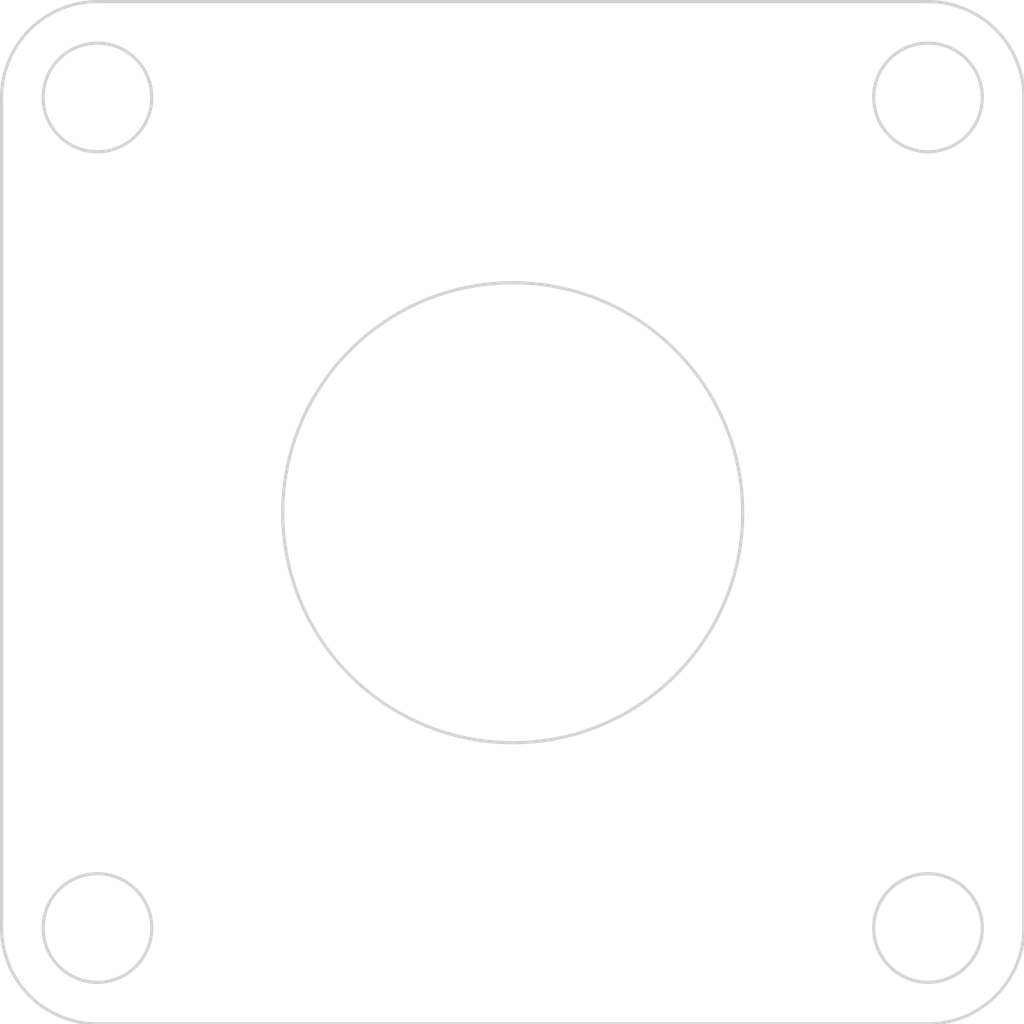
<source format=kicad_pcb>
(kicad_pcb (version 20221018) (generator pcbnew)

  (general
    (thickness 1.6)
  )

  (paper "A4")
  (layers
    (0 "F.Cu" signal)
    (31 "B.Cu" signal)
    (32 "B.Adhes" user "B.Adhesive")
    (33 "F.Adhes" user "F.Adhesive")
    (34 "B.Paste" user)
    (35 "F.Paste" user)
    (36 "B.SilkS" user "B.Silkscreen")
    (37 "F.SilkS" user "F.Silkscreen")
    (38 "B.Mask" user)
    (39 "F.Mask" user)
    (40 "Dwgs.User" user "User.Drawings")
    (41 "Cmts.User" user "User.Comments")
    (42 "Eco1.User" user "User.Eco1")
    (43 "Eco2.User" user "User.Eco2")
    (44 "Edge.Cuts" user)
    (45 "Margin" user)
    (46 "B.CrtYd" user "B.Courtyard")
    (47 "F.CrtYd" user "F.Courtyard")
    (48 "B.Fab" user)
    (49 "F.Fab" user)
  )

  (setup
    (pad_to_mask_clearance 0.05)
    (aux_axis_origin 125 90)
    (grid_origin 125 90)
    (pcbplotparams
      (layerselection 0x00010fc_ffffffff)
      (plot_on_all_layers_selection 0x0000000_00000000)
      (disableapertmacros false)
      (usegerberextensions false)
      (usegerberattributes true)
      (usegerberadvancedattributes true)
      (creategerberjobfile true)
      (dashed_line_dash_ratio 12.000000)
      (dashed_line_gap_ratio 3.000000)
      (svgprecision 4)
      (plotframeref false)
      (viasonmask false)
      (mode 1)
      (useauxorigin false)
      (hpglpennumber 1)
      (hpglpenspeed 20)
      (hpglpendiameter 15.000000)
      (dxfpolygonmode true)
      (dxfimperialunits true)
      (dxfusepcbnewfont true)
      (psnegative false)
      (psa4output false)
      (plotreference true)
      (plotvalue true)
      (plotinvisibletext false)
      (sketchpadsonfab false)
      (subtractmaskfromsilk false)
      (outputformat 5)
      (mirror false)
      (drillshape 0)
      (scaleselection 1)
      (outputdirectory "trackball_dip_13_plate/")
    )
  )

  (net 0 "")

  (gr_line (start 133 96.5) (end 133 83.5)
    (stroke (width 0.05) (type solid)) (layer "Edge.Cuts") (tstamp 00000000-0000-0000-0000-00006324d58e))
  (gr_arc (start 131.5 82) (mid 132.56066 82.43934) (end 133 83.5)
    (stroke (width 0.05) (type solid)) (layer "Edge.Cuts") (tstamp 00000000-0000-0000-0000-00006324d58f))
  (gr_arc (start 117 83.5) (mid 117.43934 82.43934) (end 118.5 82)
    (stroke (width 0.05) (type solid)) (layer "Edge.Cuts") (tstamp 00000000-0000-0000-0000-00006324d590))
  (gr_line (start 118.5 98) (end 131.5 98)
    (stroke (width 0.05) (type solid)) (layer "Edge.Cuts") (tstamp 00000000-0000-0000-0000-00006324d592))
  (gr_arc (start 118.5 98) (mid 117.43934 97.56066) (end 117 96.5)
    (stroke (width 0.05) (type solid)) (layer "Edge.Cuts") (tstamp 00000000-0000-0000-0000-00006324d593))
  (gr_arc (start 133 96.5) (mid 132.56066 97.56066) (end 131.5 98)
    (stroke (width 0.05) (type solid)) (layer "Edge.Cuts") (tstamp 00000000-0000-0000-0000-00006324d594))
  (gr_line (start 117 83.5) (end 117 96.5)
    (stroke (width 0.05) (type solid)) (layer "Edge.Cuts") (tstamp 00000000-0000-0000-0000-00006324d595))
  (gr_line (start 131.5 82) (end 118.5 82)
    (stroke (width 0.05) (type solid)) (layer "Edge.Cuts") (tstamp 00000000-0000-0000-0000-00006324d597))
  (gr_circle (center 118.5 83.5) (end 119.35 83.5)
    (stroke (width 0.05) (type solid)) (fill none) (layer "Edge.Cuts") (tstamp 00000000-0000-0000-0000-00006324d59a))
  (gr_circle (center 131.5 96.5) (end 132.35 96.5)
    (stroke (width 0.05) (type solid)) (fill none) (layer "Edge.Cuts") (tstamp 00000000-0000-0000-0000-00006324d59c))
  (gr_circle (center 131.5 83.5) (end 132.35 83.5)
    (stroke (width 0.05) (type solid)) (fill none) (layer "Edge.Cuts") (tstamp 00000000-0000-0000-0000-00006324d59d))
  (gr_circle (center 118.5 96.5) (end 119.35 96.5)
    (stroke (width 0.05) (type solid)) (fill none) (layer "Edge.Cuts") (tstamp 00000000-0000-0000-0000-00006324d5a2))
  (gr_circle (center 125 90) (end 128.6 90)
    (stroke (width 0.05) (type solid)) (fill none) (layer "Edge.Cuts") (tstamp 4cae0808-2ed1-493c-a7e6-b757bea73afa))

)

</source>
